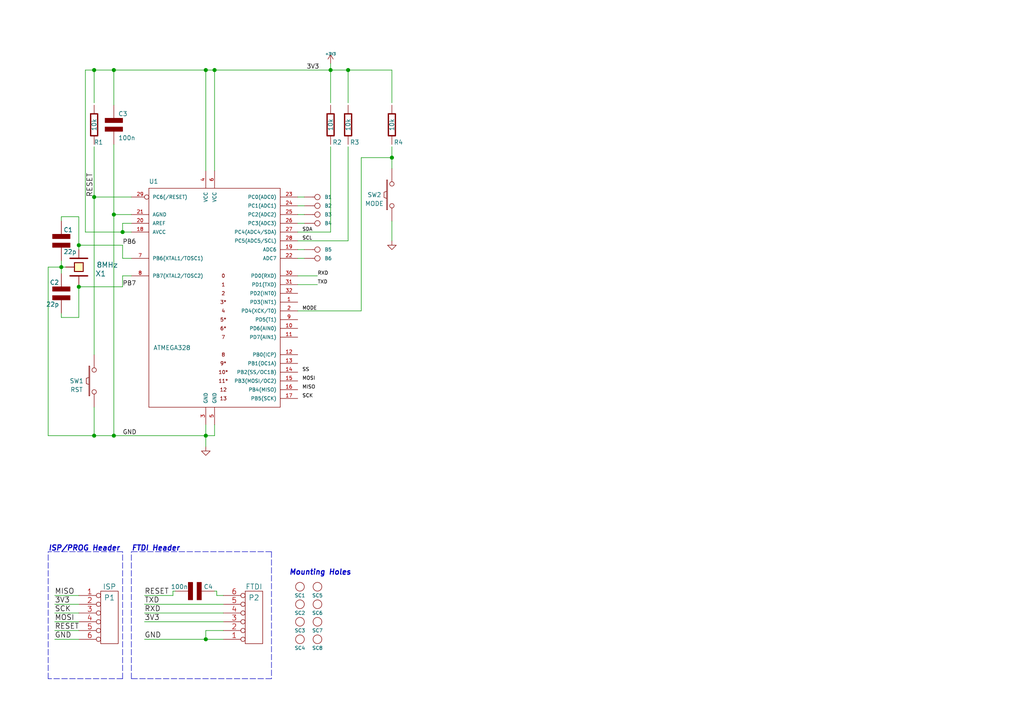
<source format=kicad_sch>
(kicad_sch (version 20201015) (generator eeschema)
  (page 1 1)
  (paper "A4")
  (title_block (title "BEBL_v2 (bar end brake light)") (date "2 may 2012") (rev "1") (company "WyoLum"))
  (lib_symbols
    (symbol "halo:ATMEGA8-AI" (pin_names (offset 1.016))
      (property "Reference" "IC" (at -17.78 29.21 0))
      (property "Value" "ATMEGA8-AI" (at 6.35 -38.1 0))
      (symbol "ATMEGA8-AI_0_0"
        (text "0" (at 3.81 2.54 0) (effects (font (size 1.016 1.016))))
        (text "1" (at 3.81 0 0) (effects (font (size 1.016 1.016))))
        (text "10*" (at 3.81 -25.4 0) (effects (font (size 1.016 1.016))))
        (text "11*" (at 3.81 -27.94 0) (effects (font (size 1.016 1.016))))
        (text "12" (at 3.81 -30.48 0) (effects (font (size 1.016 1.016))))
        (text "13" (at 3.81 -33.02 0) (effects (font (size 1.016 1.016))))
        (text "2" (at 3.81 -2.54 0) (effects (font (size 1.016 1.016))))
        (text "3*" (at 3.81 -5.08 0) (effects (font (size 1.016 1.016))))
        (text "4" (at 3.81 -7.62 0) (effects (font (size 1.016 1.016))))
        (text "5*" (at 3.81 -10.16 0) (effects (font (size 1.016 1.016))))
        (text "6*" (at 3.81 -12.7 0) (effects (font (size 1.016 1.016))))
        (text "7" (at 3.81 -15.24 0) (effects (font (size 1.016 1.016))))
        (text "8" (at 3.81 -20.32 0) (effects (font (size 1.016 1.016))))
        (text "9*" (at 3.81 -22.86 0) (effects (font (size 1.016 1.016))))
      )
      (symbol "ATMEGA8-AI_1_0"
        (polyline (pts (xy -17.78 -35.56) (xy -17.78 27.94)))
        (polyline (pts (xy -17.78 27.94) (xy 20.32 27.94)))
        (polyline (pts (xy 20.32 -35.56) (xy -17.78 -35.56)))
        (polyline (pts (xy 20.32 27.94) (xy 20.32 -35.56)))
      )
      (symbol "ATMEGA8-AI_1_1"
        (pin bidirectional line (at 25.4 -5.08 180) (length 5.08) (name "PD3(INT1)") (number "1"))
        (pin bidirectional line (at 25.4 -7.62 180) (length 5.08) (name "PD4(XCK/T0)") (number "2"))
        (pin passive line (at -1.27 -40.64 90) (length 5.08) (name "GND") (number "3"))
        (pin power_in line (at -1.27 33.02 270) (length 5.08) (name "VCC") (number "4"))
        (pin passive line (at 1.27 -40.64 90) (length 5.08) (name "GND") (number "5"))
        (pin power_in line (at 1.27 33.02 270) (length 5.08) (name "VCC") (number "6"))
        (pin bidirectional line (at -22.86 7.62 0) (length 5.08) (name "PB6(XTAL1/TOSC1)") (number "7"))
        (pin bidirectional line (at -22.86 2.54 0) (length 5.08) (name "PB7(XTAL2/TOSC2)") (number "8"))
        (pin bidirectional line (at 25.4 -10.16 180) (length 5.08) (name "PD5(T1)") (number "9"))
        (pin bidirectional line (at 25.4 -12.7 180) (length 5.08) (name "PD6(AIN0)") (number "10"))
        (pin passive line (at -22.86 17.78 0) (length 5.08) (name "AREF") (number "20"))
        (pin bidirectional line (at 25.4 2.54 180) (length 5.08) (name "PD0(RXD)") (number "30"))
        (pin bidirectional line (at 25.4 -15.24 180) (length 5.08) (name "PD7(AIN1)") (number "11"))
        (pin passive line (at -22.86 20.32 0) (length 5.08) (name "AGND") (number "21"))
        (pin bidirectional line (at 25.4 0 180) (length 5.08) (name "PD1(TXD)") (number "31"))
        (pin bidirectional line (at 25.4 -20.32 180) (length 5.08) (name "PB0(ICP)") (number "12"))
        (pin bidirectional line (at 25.4 7.62 180) (length 5.08) (name "ADC7") (number "22"))
        (pin bidirectional line (at 25.4 -2.54 180) (length 5.08) (name "PD2(INT0)") (number "32"))
        (pin bidirectional line (at 25.4 -22.86 180) (length 5.08) (name "PB1(OC1A)") (number "13"))
        (pin bidirectional line (at 25.4 25.4 180) (length 5.08) (name "PC0(ADC0)") (number "23"))
        (pin bidirectional line (at 25.4 -25.4 180) (length 5.08) (name "PB2(SS/OC1B)") (number "14"))
        (pin bidirectional line (at 25.4 22.86 180) (length 5.08) (name "PC1(ADC1)") (number "24"))
        (pin bidirectional line (at 25.4 -27.94 180) (length 5.08) (name "PB3(MOSI/OC2)") (number "15"))
        (pin bidirectional line (at 25.4 20.32 180) (length 5.08) (name "PC2(ADC2)") (number "25"))
        (pin bidirectional line (at 25.4 -30.48 180) (length 5.08) (name "PB4(MISO)") (number "16"))
        (pin bidirectional line (at 25.4 17.78 180) (length 5.08) (name "PC3(ADC3)") (number "26"))
        (pin bidirectional line (at 25.4 -33.02 180) (length 5.08) (name "PB5(SCK)") (number "17"))
        (pin bidirectional line (at 25.4 15.24 180) (length 5.08) (name "PC4(ADC4/SDA)") (number "27"))
        (pin passive line (at -22.86 15.24 0) (length 5.08) (name "AVCC") (number "18"))
        (pin bidirectional line (at 25.4 12.7 180) (length 5.08) (name "PC5(ADC5/SCL)") (number "28"))
        (pin bidirectional line (at 25.4 10.16 180) (length 5.08) (name "ADC6") (number "19"))
        (pin bidirectional inverted (at -22.86 25.4 0) (length 5.08) (name "PC6(/RESET)") (number "29"))
      )
    )
    (symbol "halo:CONN_6" (pin_names (offset 0.762) hide)
      (property "Reference" "P" (at -1.27 0 90))
      (property "Value" "CONN_6" (at 1.27 0 90))
      (symbol "CONN_6_0_1"
        (rectangle (start -2.54 7.62) (end 2.54 -7.62))
      )
      (symbol "CONN_6_1_1"
        (pin passive inverted (at -8.89 6.35 0) (length 6.35) (name "1") (number "1"))
        (pin passive inverted (at -8.89 3.81 0) (length 6.35) (name "2") (number "2"))
        (pin passive inverted (at -8.89 1.27 0) (length 6.35) (name "3") (number "3"))
        (pin passive inverted (at -8.89 -1.27 0) (length 6.35) (name "4") (number "4"))
        (pin passive inverted (at -8.89 -3.81 0) (length 6.35) (name "5") (number "5"))
        (pin passive inverted (at -8.89 -6.35 0) (length 6.35) (name "6") (number "6"))
      )
    )
    (symbol "halo:CRYSTAL" (pin_numbers hide) (pin_names (offset 1.016) hide)
      (property "Reference" "X" (at 0 3.81 0))
      (property "Value" "CRYSTAL" (at 0 -3.81 0))
      (symbol "CRYSTAL_0_1"
        (polyline (pts (xy -2.54 2.54) (xy -2.54 -2.54)) (stroke (width 0.4064)))
        (polyline (pts (xy 2.54 2.54) (xy 2.54 -2.54)) (stroke (width 0.4064)))
        (polyline (pts (xy -1.27 1.27) (xy 1.27 1.27) (xy 1.27 -1.27) (xy -1.27 -1.27) (xy -1.27 1.27)) (stroke (width 0.3048)) (fill (type background)))
      )
      (symbol "CRYSTAL_1_1"
        (pin passive line (at -5.08 0 0) (length 2.54) (name "1") (number "1"))
        (pin passive line (at 5.08 0 180) (length 2.54) (name "2") (number "2"))
        (pin passive line (at 0 -3.81 90) (length 2.54) (name "3") (number "3"))
      )
    )
    (symbol "halo:C_NPOL" (pin_numbers hide) (pin_names (offset 0.254))
      (property "Reference" "C" (at -2.54 3.175 0))
      (property "Value" "C_NPOL" (at 0 -3.175 0))
      (symbol "C_NPOL_0_1"
        (rectangle (start -2.54 -0.635) (end 2.54 -1.905) (fill (type outline)))
        (rectangle (start -2.54 0.635) (end 2.54 1.905) (fill (type outline)))
      )
      (symbol "C_NPOL_1_1"
        (pin passive line (at 0 5.715 270) (length 3.81) (name "~") (number "1"))
        (pin passive line (at 0 -5.715 90) (length 3.81) (name "~") (number "2"))
      )
    )
    (symbol "halo:ISP" (pin_names (offset 0.762) hide)
      (property "Reference" "P" (at -1.27 0 90))
      (property "Value" "ISP" (at 1.27 0 90))
      (symbol "ISP_0_1"
        (rectangle (start -2.54 7.62) (end 2.54 -7.62))
      )
      (symbol "ISP_1_1"
        (pin passive inverted (at -8.89 6.35 0) (length 6.35) (name "1") (number "1"))
        (pin passive inverted (at -8.89 3.81 0) (length 6.35) (name "2") (number "2"))
        (pin passive inverted (at -8.89 1.27 0) (length 6.35) (name "3") (number "3"))
        (pin passive inverted (at -8.89 -1.27 0) (length 6.35) (name "4") (number "4"))
        (pin passive inverted (at -8.89 -3.81 0) (length 6.35) (name "5") (number "5"))
        (pin passive inverted (at -8.89 -6.35 0) (length 6.35) (name "6") (number "6"))
      )
    )
    (symbol "halo:I_O" (pin_numbers hide) (pin_names (offset 0.762) hide)
      (property "Reference" "B" (at 2.032 0 0))
      (symbol "I_O_0_1"
        (circle (center 0 0) (radius 0.7874))
        (polyline (pts (xy -0.762 0) (xy -1.27 0)))
      )
      (symbol "I_O_1_1"
        (pin passive line (at -3.81 0 0) (length 2.54) (name "1") (number "1"))
      )
    )
    (symbol "halo:R2" (pin_numbers hide) (pin_names (offset 0))
      (property "Reference" "R" (at 2.032 0 90))
      (property "Value" "R2" (at 0 0 90))
      (symbol "R2_0_1"
        (rectangle (start -1.016 3.175) (end 1.016 -3.175) (stroke (width 0.381)))
      )
      (symbol "R2_1_1"
        (pin passive line (at 0 5.715 270) (length 2.54) (name "~") (number "1"))
        (pin passive line (at 0 -5.715 90) (length 2.54) (name "~") (number "2"))
      )
    )
    (symbol "halo:SCREW" (pin_numbers hide) (pin_names (offset 0) hide)
      (property "Reference" "SC" (at 0 -2.54 0))
      (symbol "SCREW_0_1"
        (circle (center 0 0) (radius 1.27))
      )
    )
    (symbol "halo:SW_PUSH" (pin_numbers hide) (pin_names (offset 1.016) hide)
      (property "Reference" "SW" (at 3.81 2.794 0))
      (property "Value" "SW_PUSH" (at 0 -2.032 0))
      (symbol "SW_PUSH_0_1"
        (rectangle (start -4.318 1.27) (end 4.318 1.524))
        (polyline (pts (xy -1.016 1.524) (xy -0.762 2.286) (xy 0.762 2.286) (xy 1.016 1.524)))
        (pin passive inverted (at -7.62 0 0) (length 5.08) (name "1") (number "1"))
        (pin passive inverted (at 7.62 0 180) (length 5.08) (name "2") (number "2"))
      )
    )
    (symbol "power:+3.3V" (power) (pin_names (offset 0))
      (property "Value" "+3.3V" (at 0 3.556 0))
      (symbol "+3.3V_0_1"
        (polyline (pts (xy -0.762 1.27) (xy 0 2.54)))
        (polyline (pts (xy 0 0) (xy 0 2.54)))
        (polyline (pts (xy 0 2.54) (xy 0.762 1.27)))
      )
      (symbol "+3.3V_1_1"
        (pin power_in line (at 0 0 90) (length 0) hide (name "+3V3") (number "1"))
      )
    )
    (symbol "power:GND" (power) (pin_names (offset 0))
      (property "Value" "GND" (at 0 -3.81 0))
      (symbol "GND_0_1"
        (polyline (pts (xy 0 0) (xy 0 -1.27) (xy 1.27 -1.27) (xy 0 -2.54) (xy -1.27 -1.27) (xy 0 -1.27)))
      )
      (symbol "GND_1_1"
        (pin power_in line (at 0 0 270) (length 0) hide (name "GND") (number "1"))
      )
    )
  )
  (junction (at 17.78 77.47) (diameter 1.016))
  (junction (at 22.86 71.12) (diameter 1.016))
  (junction (at 22.86 83.185) (diameter 1.016))
  (junction (at 27.305 20.32) (diameter 1.016))
  (junction (at 27.305 57.15) (diameter 1.016))
  (junction (at 27.305 126.365) (diameter 1.016))
  (junction (at 33.02 20.32) (diameter 1.016))
  (junction (at 33.02 62.23) (diameter 1.016))
  (junction (at 33.02 126.365) (diameter 1.016))
  (junction (at 35.56 67.31) (diameter 1.016))
  (junction (at 59.69 20.32) (diameter 1.016))
  (junction (at 59.69 126.365) (diameter 1.016))
  (junction (at 59.69 185.42) (diameter 1.016))
  (junction (at 62.23 20.32) (diameter 1.016))
  (junction (at 95.885 20.32) (diameter 1.016))
  (junction (at 100.965 20.32) (diameter 1.016))
  (junction (at 113.665 45.72) (diameter 1.016))
  (wire (pts (xy 13.97 77.47) (xy 13.97 126.365)))
  (wire (pts (xy 13.97 77.47) (xy 17.78 77.47)))
  (wire (pts (xy 13.97 126.365) (xy 27.305 126.365)))
  (wire (pts (xy 15.875 185.42) (xy 22.86 185.42)))
  (wire (pts (xy 17.78 62.865) (xy 22.86 62.865)))
  (wire (pts (xy 17.78 64.135) (xy 17.78 62.865)))
  (wire (pts (xy 17.78 75.565) (xy 17.78 77.47)))
  (wire (pts (xy 17.78 77.47) (xy 17.78 79.375)))
  (wire (pts (xy 17.78 77.47) (xy 19.05 77.47)))
  (wire (pts (xy 17.78 92.075) (xy 17.78 90.805)))
  (wire (pts (xy 22.86 62.865) (xy 22.86 71.12)))
  (wire (pts (xy 22.86 71.12) (xy 22.86 72.39)))
  (wire (pts (xy 22.86 82.55) (xy 22.86 83.185)))
  (wire (pts (xy 22.86 83.185) (xy 22.86 92.075)))
  (wire (pts (xy 22.86 83.185) (xy 35.56 83.185)))
  (wire (pts (xy 22.86 92.075) (xy 17.78 92.075)))
  (wire (pts (xy 22.86 172.72) (xy 15.875 172.72)))
  (wire (pts (xy 22.86 175.26) (xy 15.875 175.26)))
  (wire (pts (xy 22.86 177.8) (xy 15.875 177.8)))
  (wire (pts (xy 22.86 180.34) (xy 15.875 180.34)))
  (wire (pts (xy 22.86 182.88) (xy 15.875 182.88)))
  (wire (pts (xy 24.765 20.32) (xy 27.305 20.32)))
  (wire (pts (xy 24.765 67.31) (xy 24.765 20.32)))
  (wire (pts (xy 24.765 67.31) (xy 35.56 67.31)))
  (wire (pts (xy 27.305 20.32) (xy 33.02 20.32)))
  (wire (pts (xy 27.305 29.845) (xy 27.305 20.32)))
  (wire (pts (xy 27.305 42.545) (xy 27.305 57.15)))
  (wire (pts (xy 27.305 57.15) (xy 27.305 102.87)))
  (wire (pts (xy 27.305 118.11) (xy 27.305 126.365)))
  (wire (pts (xy 27.305 126.365) (xy 33.02 126.365)))
  (wire (pts (xy 33.02 20.32) (xy 33.02 30.48)))
  (wire (pts (xy 33.02 20.32) (xy 59.69 20.32)))
  (wire (pts (xy 33.02 62.23) (xy 33.02 41.91)))
  (wire (pts (xy 33.02 126.365) (xy 33.02 62.23)))
  (wire (pts (xy 33.02 126.365) (xy 59.69 126.365)))
  (wire (pts (xy 35.56 64.77) (xy 35.56 67.31)))
  (wire (pts (xy 35.56 67.31) (xy 38.1 67.31)))
  (wire (pts (xy 35.56 71.12) (xy 22.86 71.12)))
  (wire (pts (xy 35.56 74.93) (xy 35.56 71.12)))
  (wire (pts (xy 35.56 80.01) (xy 38.1 80.01)))
  (wire (pts (xy 35.56 83.185) (xy 35.56 80.01)))
  (wire (pts (xy 38.1 57.15) (xy 27.305 57.15)))
  (wire (pts (xy 38.1 62.23) (xy 33.02 62.23)))
  (wire (pts (xy 38.1 64.77) (xy 35.56 64.77)))
  (wire (pts (xy 38.1 74.93) (xy 35.56 74.93)))
  (wire (pts (xy 41.91 172.72) (xy 50.165 172.72)))
  (wire (pts (xy 41.91 185.42) (xy 59.69 185.42)))
  (wire (pts (xy 50.165 171.45) (xy 50.8 171.45)))
  (wire (pts (xy 50.165 172.72) (xy 50.165 171.45)))
  (wire (pts (xy 59.69 20.32) (xy 59.69 49.53)))
  (wire (pts (xy 59.69 20.32) (xy 62.23 20.32)))
  (wire (pts (xy 59.69 123.19) (xy 59.69 126.365)))
  (wire (pts (xy 59.69 126.365) (xy 59.69 129.54)))
  (wire (pts (xy 59.69 126.365) (xy 62.23 126.365)))
  (wire (pts (xy 59.69 182.88) (xy 64.77 182.88)))
  (wire (pts (xy 59.69 185.42) (xy 59.69 182.88)))
  (wire (pts (xy 59.69 185.42) (xy 64.77 185.42)))
  (wire (pts (xy 62.23 20.32) (xy 62.23 49.53)))
  (wire (pts (xy 62.23 20.32) (xy 95.885 20.32)))
  (wire (pts (xy 62.23 126.365) (xy 62.23 123.19)))
  (wire (pts (xy 62.23 171.45) (xy 62.865 171.45)))
  (wire (pts (xy 62.865 171.45) (xy 62.865 172.72)))
  (wire (pts (xy 62.865 172.72) (xy 64.77 172.72)))
  (wire (pts (xy 64.77 175.26) (xy 41.91 175.26)))
  (wire (pts (xy 64.77 177.8) (xy 41.91 177.8)))
  (wire (pts (xy 64.77 180.34) (xy 41.91 180.34)))
  (wire (pts (xy 86.36 57.15) (xy 88.265 57.15)))
  (wire (pts (xy 86.36 59.69) (xy 88.265 59.69)))
  (wire (pts (xy 86.36 62.23) (xy 88.265 62.23)))
  (wire (pts (xy 86.36 64.77) (xy 88.265 64.77)))
  (wire (pts (xy 86.36 69.85) (xy 100.965 69.85)))
  (wire (pts (xy 86.36 72.39) (xy 88.265 72.39)))
  (wire (pts (xy 86.36 74.93) (xy 88.265 74.93)))
  (wire (pts (xy 86.36 80.01) (xy 92.075 80.01)))
  (wire (pts (xy 86.36 82.55) (xy 92.075 82.55)))
  (wire (pts (xy 95.885 18.415) (xy 95.885 20.32)))
  (wire (pts (xy 95.885 20.32) (xy 95.885 29.845)))
  (wire (pts (xy 95.885 20.32) (xy 100.965 20.32)))
  (wire (pts (xy 95.885 42.545) (xy 95.885 67.31)))
  (wire (pts (xy 95.885 67.31) (xy 86.36 67.31)))
  (wire (pts (xy 100.965 20.32) (xy 100.965 29.845)))
  (wire (pts (xy 100.965 20.32) (xy 113.665 20.32)))
  (wire (pts (xy 100.965 69.85) (xy 100.965 42.545)))
  (wire (pts (xy 104.775 45.72) (xy 104.775 90.17)))
  (wire (pts (xy 104.775 45.72) (xy 113.665 45.72)))
  (wire (pts (xy 104.775 90.17) (xy 86.36 90.17)))
  (wire (pts (xy 113.665 20.32) (xy 113.665 29.845)))
  (wire (pts (xy 113.665 42.545) (xy 113.665 45.72)))
  (wire (pts (xy 113.665 45.72) (xy 113.665 48.895)))
  (wire (pts (xy 113.665 64.135) (xy 113.665 69.85)))
  (polyline (pts (xy 13.97 196.85) (xy 13.97 160.02)) (stroke (width 0) (type dash)))
  (polyline (pts (xy 35.56 160.02) (xy 13.97 160.02)) (stroke (width 0) (type dash)))
  (polyline (pts (xy 35.56 196.85) (xy 13.97 196.85)) (stroke (width 0) (type dash)))
  (polyline (pts (xy 35.56 196.85) (xy 35.56 160.02)) (stroke (width 0) (type dash)))
  (polyline (pts (xy 38.1 196.85) (xy 38.1 160.02)) (stroke (width 0) (type dash)))
  (polyline (pts (xy 78.74 160.02) (xy 38.1 160.02)) (stroke (width 0) (type dash)))
  (polyline (pts (xy 78.74 160.02) (xy 78.74 196.85)) (stroke (width 0) (type dash)))
  (polyline (pts (xy 78.74 196.85) (xy 38.1 196.85)) (stroke (width 0) (type dash)))
  (text "ISP/PROG Header" (at 13.97 160.02 0) (effects (font (size 1.524 1.524) (thickness 0.3048) bold italic) (justify left bottom)))
  (text "FTDI Header" (at 38.1 160.02 0) (effects (font (size 1.524 1.524) (thickness 0.3048) bold italic) (justify left bottom)))
  (text "Mounting Holes" (at 83.82 167.005 0) (effects (font (size 1.524 1.524) (thickness 0.3048) bold italic) (justify left bottom)))
  (label "MISO" (at 15.875 172.72 0) (effects (font (size 1.524 1.524))))
  (label "3V3" (at 15.875 175.26 0) (effects (font (size 1.524 1.524))))
  (label "SCK" (at 15.875 177.8 0) (effects (font (size 1.524 1.524))))
  (label "MOSI" (at 15.875 180.34 0) (effects (font (size 1.524 1.524))))
  (label "RESET" (at 15.875 182.88 0) (effects (font (size 1.524 1.524))))
  (label "GND" (at 15.875 185.42 0) (effects (font (size 1.524 1.524))))
  (label "RESET" (at 27.305 57.15 90) (effects (font (size 1.524 1.524))))
  (label "PB6" (at 35.56 71.12 0))
  (label "PB7" (at 35.56 83.185 0))
  (label "GND" (at 35.56 126.365 0))
  (label "RESET" (at 41.91 172.72 0) (effects (font (size 1.524 1.524))))
  (label "TXD" (at 41.91 175.26 0) (effects (font (size 1.524 1.524))))
  (label "RXD" (at 41.91 177.8 0) (effects (font (size 1.524 1.524))))
  (label "3V3" (at 41.91 180.34 0) (effects (font (size 1.524 1.524))))
  (label "GND" (at 41.91 185.42 0) (effects (font (size 1.524 1.524))))
  (label "SDA" (at 87.63 67.31 0) (effects (font (size 1.016 1.016))))
  (label "SCL" (at 87.63 69.85 0) (effects (font (size 1.016 1.016))))
  (label "MODE" (at 87.63 90.17 0) (effects (font (size 1.016 1.016))))
  (label "SS" (at 87.63 107.95 0) (effects (font (size 1.016 1.016))))
  (label "MOSI" (at 87.63 110.49 0) (effects (font (size 1.016 1.016))))
  (label "MISO" (at 87.63 113.03 0) (effects (font (size 1.016 1.016))))
  (label "SCK" (at 87.63 115.57 0) (effects (font (size 1.016 1.016))))
  (label "3V3" (at 88.9 20.32 0))
  (label "RXD" (at 92.075 80.01 0) (effects (font (size 1.016 1.016))))
  (label "TXD" (at 92.075 82.55 0) (effects (font (size 1.016 1.016))))
  (symbol (lib_id "halo:SCREW") (at 86.995 170.18 0) (unit 1)
    (property "Reference" "SC1" (at 86.995 172.72 0) (effects (font (size 1.016 1.016))))
    (property "Value" "SCREW" (effects hide))
    (property "Footprint" "bebl_v2_pretty:screw_3mm" (effects hide))
  )
  (symbol (lib_id "halo:SCREW") (at 86.995 175.26 0) (unit 1)
    (property "Reference" "SC2" (at 86.995 177.8 0) (effects (font (size 1.016 1.016))))
    (property "Value" "SCREW" (effects hide))
    (property "Footprint" "bebl_v2_pretty:screw_3mm" (effects hide))
  )
  (symbol (lib_id "halo:SCREW") (at 86.995 180.34 0) (unit 1)
    (property "Reference" "SC3" (at 86.995 182.88 0) (effects (font (size 1.016 1.016))))
    (property "Value" "SCREW" (effects hide))
    (property "Footprint" "bebl_v2_pretty:screw_3mm" (effects hide))
  )
  (symbol (lib_id "halo:SCREW") (at 86.995 185.42 0) (unit 1)
    (property "Reference" "SC4" (at 86.995 187.96 0) (effects (font (size 1.016 1.016))))
    (property "Value" "SCREW" (effects hide))
    (property "Footprint" "bebl_v2_pretty:screw_3mm" (effects hide))
  )
  (symbol (lib_id "halo:SCREW") (at 92.075 170.18 0) (unit 1)
    (property "Reference" "SC5" (at 92.075 172.72 0) (effects (font (size 1.016 1.016))))
    (property "Value" "SCREW" (effects hide))
    (property "Footprint" "bebl_v2_pretty:screw_3mm" (effects hide))
  )
  (symbol (lib_id "halo:SCREW") (at 92.075 175.26 0) (unit 1)
    (property "Reference" "SC6" (at 92.075 177.8 0) (effects (font (size 1.016 1.016))))
    (property "Value" "SCREW" (effects hide))
    (property "Footprint" "bebl_v2_pretty:screw_3mm" (effects hide))
  )
  (symbol (lib_id "halo:SCREW") (at 92.075 180.34 0) (unit 1)
    (property "Reference" "SC7" (at 92.075 182.88 0) (effects (font (size 1.016 1.016))))
    (property "Value" "SCREW" (effects hide))
    (property "Footprint" "bebl_v2_pretty:screw_3mm" (effects hide))
  )
  (symbol (lib_id "halo:SCREW") (at 92.075 185.42 0) (unit 1)
    (property "Reference" "SC8" (at 92.075 187.96 0) (effects (font (size 1.016 1.016))))
    (property "Value" "SCREW" (effects hide))
    (property "Footprint" "bebl_v2_pretty:screw_3mm" (effects hide))
  )
  (symbol (lib_id "power:+3.3V") (at 95.885 18.415 0) (unit 1)
    (property "Reference" "#PWR02" (effects hide))
    (property "Value" "+3.3V" (at 95.885 15.621 0) (effects (font (size 0.762 0.762))))
  )
  (symbol (lib_id "halo:I_O") (at 92.075 57.15 0) (unit 1)
    (property "Reference" "B1" (at 94.107 57.15 0) (effects (font (size 1.016 1.016)) (justify left)))
    (property "Value" "I/O" (effects hide))
    (property "Footprint" "bebl_v2_pretty:breakout_smd" (effects hide))
  )
  (symbol (lib_id "halo:I_O") (at 92.075 59.69 0) (unit 1)
    (property "Reference" "B2" (at 94.107 59.69 0) (effects (font (size 1.016 1.016)) (justify left)))
    (property "Value" "I/O" (effects hide))
    (property "Footprint" "bebl_v2_pretty:breakout_smd" (effects hide))
  )
  (symbol (lib_id "halo:I_O") (at 92.075 62.23 0) (unit 1)
    (property "Reference" "B3" (at 94.107 62.23 0) (effects (font (size 1.016 1.016)) (justify left)))
    (property "Value" "I/O" (effects hide))
    (property "Footprint" "bebl_v2_pretty:breakout_smd" (effects hide))
  )
  (symbol (lib_id "halo:I_O") (at 92.075 64.77 0) (unit 1)
    (property "Reference" "B4" (at 94.107 64.77 0) (effects (font (size 1.016 1.016)) (justify left)))
    (property "Value" "I/O" (effects hide))
    (property "Footprint" "bebl_v2_pretty:breakout_smd" (effects hide))
  )
  (symbol (lib_id "halo:I_O") (at 92.075 72.39 0) (unit 1)
    (property "Reference" "B5" (at 94.107 72.39 0) (effects (font (size 1.016 1.016)) (justify left)))
    (property "Value" "I/O" (effects hide))
    (property "Footprint" "bebl_v2_pretty:breakout_smd" (effects hide))
  )
  (symbol (lib_id "halo:I_O") (at 92.075 74.93 0) (unit 1)
    (property "Reference" "B6" (at 94.107 74.93 0) (effects (font (size 1.016 1.016)) (justify left)))
    (property "Value" "I/O" (effects hide))
    (property "Footprint" "bebl_v2_pretty:breakout_smd" (effects hide))
  )
  (symbol (lib_id "power:GND") (at 59.69 129.54 0) (unit 1)
    (property "Reference" "#PWR01" (effects hide))
    (property "Value" "GND" (effects hide))
  )
  (symbol (lib_id "power:GND") (at 113.665 69.85 0) (unit 1)
    (property "Reference" "#PWR08" (effects hide))
    (property "Value" "GND" (effects hide))
  )
  (symbol (lib_id "halo:R2") (at 27.305 36.195 0) (unit 1)
    (property "Reference" "R1" (at 28.575 41.275 0))
    (property "Value" "10k" (at 27.305 36.195 90))
    (property "Footprint" "bebl_v2_pretty:r_0805" (effects hide))
  )
  (symbol (lib_id "halo:R2") (at 95.885 36.195 0) (unit 1)
    (property "Reference" "R2" (at 97.79 41.275 0))
    (property "Value" "10k" (at 95.885 36.195 90))
    (property "Footprint" "bebl_v2_pretty:r_0805" (effects hide))
  )
  (symbol (lib_id "halo:R2") (at 100.965 36.195 0) (unit 1)
    (property "Reference" "R3" (at 102.87 41.275 0))
    (property "Value" "10k" (at 100.965 36.195 90))
    (property "Footprint" "bebl_v2_pretty:r_0805" (effects hide))
  )
  (symbol (lib_id "halo:R2") (at 113.665 36.195 0) (unit 1)
    (property "Reference" "R4" (at 115.57 41.275 0))
    (property "Value" "10k" (at 113.665 36.195 90))
    (property "Footprint" "bebl_v2_pretty:r_0805" (effects hide))
  )
  (symbol (lib_id "halo:SW_PUSH") (at 27.305 110.49 90) (unit 1)
    (property "Reference" "SW1" (at 22.225 110.49 90))
    (property "Value" "RST" (at 22.225 113.03 90))
    (property "Footprint" "bebl_v2_pretty:Switch_SMT" (effects hide))
  )
  (symbol (lib_id "halo:SW_PUSH") (at 113.665 56.515 90) (unit 1)
    (property "Reference" "SW2" (at 108.585 56.515 90))
    (property "Value" "MODE" (at 108.585 59.055 90))
    (property "Footprint" "bebl_v2_pretty:Switch_SMT" (effects hide))
  )
  (symbol (lib_id "halo:C_NPOL") (at 17.78 69.85 0) (unit 1)
    (property "Reference" "C1" (at 18.415 66.675 0) (effects (justify left)))
    (property "Value" "22p" (at 18.415 73.025 0) (effects (justify left)))
    (property "Footprint" "bebl_v2_pretty:c_0805" (effects hide))
    (property "Digikey" "490-1734-1-ND" (effects hide))
  )
  (symbol (lib_id "halo:C_NPOL") (at 17.78 85.09 180) (unit 1)
    (property "Reference" "C2" (at 17.145 81.915 0) (effects (justify left)))
    (property "Value" "22p" (at 17.145 88.265 0) (effects (justify left)))
    (property "Footprint" "bebl_v2_pretty:c_0805" (effects hide))
    (property "Digikey" "490-1734-1-ND" (effects hide))
  )
  (symbol (lib_id "halo:C_NPOL") (at 33.02 36.195 0) (unit 1)
    (property "Reference" "C3" (at 34.29 33.02 0) (effects (justify left)))
    (property "Value" "100n" (at 34.29 40.005 0) (effects (justify left)))
    (property "Footprint" "bebl_v2_pretty:c_0805" (effects hide))
  )
  (symbol (lib_id "halo:C_NPOL") (at 56.515 171.45 270) (unit 1)
    (property "Reference" "C4" (at 59.055 170.18 90) (effects (justify left)))
    (property "Value" "100n" (at 49.53 170.18 90) (effects (justify left)))
    (property "Footprint" "bebl_v2_pretty:c_0805" (effects hide))
  )
  (symbol (lib_id "halo:CRYSTAL") (at 22.86 77.47 270) (unit 1)
    (property "Reference" "X1" (at 29.21 79.375 90) (effects (font (size 1.524 1.524))))
    (property "Value" "8MHz" (at 31.115 76.835 90) (effects (font (size 1.524 1.524))))
    (property "Footprint" "bebl_v2_pretty:Xtal_SMD4" (effects hide))
  )
  (symbol (lib_id "halo:ISP") (at 31.75 179.07 0) (unit 1)
    (property "Reference" "P1" (at 31.75 173.355 0) (effects (font (size 1.524 1.524))))
    (property "Value" "ISP" (at 31.75 170.18 0) (effects (font (size 1.524 1.524))))
    (property "Footprint" "bebl_v2_pretty:Header_3x2_ISP" (effects hide))
  )
  (symbol (lib_id "halo:CONN_6") (at 73.66 179.07 0) (mirror x) (unit 1)
    (property "Reference" "P2" (at 73.66 173.355 0) (effects (font (size 1.524 1.524))))
    (property "Value" "FTDI" (at 73.66 170.18 0) (effects (font (size 1.524 1.524))))
    (property "Footprint" "bebl_v2_pretty:PIN_ARRAY-6X1" (effects hide))
  )
  (symbol (lib_id "halo:ATMEGA8-AI") (at 60.96 82.55 0) (unit 1)
    (property "Reference" "U1" (at 43.18 53.34 0) (effects (justify left bottom)))
    (property "Value" "ATMEGA328" (at 44.45 101.6 0) (effects (justify left bottom)))
    (property "Footprint" "bebl_v2_pretty:TQFP32" (effects hide))
  )
)
</source>
